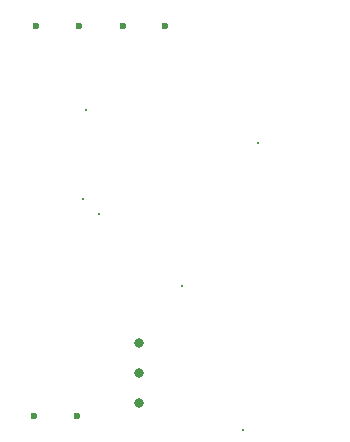
<source format=gbr>
%TF.GenerationSoftware,KiCad,Pcbnew,9.0.2*%
%TF.CreationDate,2025-05-22T14:02:41+05:30*%
%TF.ProjectId,GaN_pwr_delivery_module,47614e5f-7077-4725-9f64-656c69766572,rev?*%
%TF.SameCoordinates,Original*%
%TF.FileFunction,Plated,1,2,PTH,Drill*%
%TF.FilePolarity,Positive*%
%FSLAX46Y46*%
G04 Gerber Fmt 4.6, Leading zero omitted, Abs format (unit mm)*
G04 Created by KiCad (PCBNEW 9.0.2) date 2025-05-22 14:02:41*
%MOMM*%
%LPD*%
G01*
G04 APERTURE LIST*
%TA.AperFunction,ViaDrill*%
%ADD10C,0.100000*%
%TD*%
%TA.AperFunction,ViaDrill*%
%ADD11C,0.300000*%
%TD*%
%TA.AperFunction,ComponentDrill*%
%ADD12C,0.600000*%
%TD*%
%TA.AperFunction,ComponentDrill*%
%ADD13C,0.800000*%
%TD*%
G04 APERTURE END LIST*
D10*
X219083333Y-116594444D03*
X219083333Y-117400000D03*
X219283333Y-114133333D03*
X219283333Y-114938889D03*
X219300000Y-120500000D03*
X219833333Y-110183333D03*
X219833333Y-110988889D03*
X219833333Y-111794444D03*
X219833333Y-112600000D03*
X220183333Y-112950000D03*
X220233333Y-120500000D03*
X220988889Y-112950000D03*
X221033333Y-119950000D03*
X221794444Y-112950000D03*
X222600000Y-112950000D03*
X223109276Y-118275080D03*
X223283333Y-112950000D03*
X224088889Y-112950000D03*
X224695658Y-117898795D03*
X224862060Y-116002623D03*
X224894444Y-112950000D03*
X225433333Y-128050000D03*
X225691256Y-116190136D03*
X225883333Y-129200000D03*
X225883333Y-130016667D03*
X225883333Y-130950000D03*
X225883333Y-131916667D03*
X225883333Y-132850000D03*
X225883333Y-133666667D03*
X225883333Y-134600000D03*
X225883333Y-135700000D03*
X225883333Y-136516667D03*
X225883333Y-137450000D03*
X226471960Y-115899999D03*
X226633333Y-122050000D03*
X226683333Y-120850000D03*
X226728518Y-116727398D03*
X226728518Y-117535555D03*
X226783333Y-123400000D03*
X227077777Y-135300000D03*
X227183333Y-110183333D03*
X227183333Y-110988889D03*
X227183333Y-111794444D03*
X227183333Y-112600000D03*
X227203149Y-116259180D03*
X227235219Y-115585716D03*
X227408396Y-117574039D03*
X227483333Y-121600000D03*
X227533333Y-122900000D03*
X227566666Y-112950000D03*
X227583333Y-120200000D03*
X227938888Y-136650000D03*
X228194444Y-135300000D03*
X228372222Y-112950000D03*
X228744444Y-136650000D03*
X229177777Y-112950000D03*
X229227777Y-135300000D03*
X229677777Y-136650000D03*
X229983333Y-112950000D03*
X230033333Y-135300000D03*
X230533333Y-112950000D03*
X230783333Y-132166667D03*
X230783333Y-133100000D03*
X230794444Y-136650000D03*
X231338889Y-112950000D03*
X231500000Y-144250000D03*
X231827777Y-136650000D03*
X232144444Y-112950000D03*
X232483333Y-113700000D03*
X232633333Y-136650000D03*
X232950000Y-112950000D03*
X233050000Y-114700000D03*
X233300000Y-119700000D03*
X233333333Y-117800000D03*
X233400000Y-113800000D03*
X233550000Y-115650000D03*
X233583333Y-116950000D03*
X233600000Y-118850000D03*
X233600000Y-121200000D03*
X233783333Y-110533333D03*
X233783333Y-112144444D03*
X233783333Y-112950000D03*
X233800000Y-120400000D03*
X233983333Y-114700000D03*
X234183333Y-116450000D03*
X234233333Y-117800000D03*
X234233333Y-119700000D03*
X234333333Y-113800000D03*
X234483333Y-115650000D03*
X234533333Y-118850000D03*
X234533333Y-121200000D03*
X234633333Y-117200000D03*
X234733333Y-120400000D03*
X234977777Y-110500000D03*
X235033333Y-116200000D03*
X235233333Y-141550000D03*
X235233333Y-142125000D03*
X235233333Y-142700000D03*
X235433333Y-136383333D03*
X235433333Y-136850000D03*
X235433333Y-137300000D03*
X235433333Y-137766667D03*
X235433333Y-138233333D03*
X235433333Y-138700000D03*
X235433333Y-139150000D03*
X235433333Y-139616667D03*
X235433333Y-140083333D03*
X235433333Y-140550000D03*
X235516666Y-112350000D03*
X235916666Y-140550000D03*
X235983333Y-131500000D03*
X236094444Y-110500000D03*
X236383333Y-140550000D03*
X236633333Y-112350000D03*
X236683333Y-142200000D03*
X236683333Y-142583333D03*
X236683333Y-142966667D03*
X236683333Y-143350000D03*
X236683333Y-143733333D03*
X236683333Y-144116667D03*
X236683333Y-144500000D03*
X236833333Y-140550000D03*
X237083333Y-132300000D03*
X237127777Y-110500000D03*
X237150000Y-142200000D03*
X237150000Y-142583333D03*
X237150000Y-142966667D03*
X237150000Y-143350000D03*
X237150000Y-143733333D03*
X237150000Y-144116667D03*
X237150000Y-144500000D03*
X237300000Y-140550000D03*
X237458333Y-135933333D03*
X237458333Y-136400000D03*
X237458333Y-136850000D03*
X237458333Y-137316667D03*
X237458333Y-137783333D03*
X237458333Y-138250000D03*
X237458333Y-138700000D03*
X237458333Y-139166667D03*
X237458333Y-139633333D03*
X237458333Y-140100000D03*
X237533333Y-127700000D03*
X237616666Y-142200000D03*
X237616666Y-142583333D03*
X237616666Y-142966667D03*
X237616666Y-143350000D03*
X237616666Y-143733333D03*
X237616666Y-144116667D03*
X237616666Y-144500000D03*
X237666666Y-112350000D03*
X237766666Y-140550000D03*
X237933333Y-110500000D03*
X237983333Y-131350000D03*
X238083333Y-142200000D03*
X238083333Y-142583333D03*
X238083333Y-142966667D03*
X238083333Y-143350000D03*
X238083333Y-143733333D03*
X238083333Y-144116667D03*
X238083333Y-144500000D03*
X238233333Y-140550000D03*
X238472222Y-112350000D03*
X238683333Y-140550000D03*
X238738888Y-110500000D03*
X239083333Y-132200000D03*
X239150000Y-140550000D03*
X239277777Y-112350000D03*
X239283333Y-115650000D03*
X239483333Y-136383333D03*
X239483333Y-136850000D03*
X239483333Y-137300000D03*
X239483333Y-137766667D03*
X239483333Y-138233333D03*
X239483333Y-138700000D03*
X239483333Y-139150000D03*
X239483333Y-139616667D03*
X239483333Y-140083333D03*
X239483333Y-140550000D03*
X239544444Y-110500000D03*
X240083333Y-112350000D03*
X240183333Y-134400000D03*
X240183333Y-136450000D03*
X240383333Y-123850000D03*
X240477777Y-110500000D03*
X240583333Y-122944444D03*
X240600000Y-135400000D03*
X240833333Y-122150000D03*
X240833333Y-137550000D03*
X240983333Y-121500000D03*
X241016666Y-112350000D03*
X241033333Y-120750000D03*
X241116666Y-134400000D03*
X241116666Y-136450000D03*
X241483333Y-121400000D03*
X241533333Y-135400000D03*
X241594444Y-110500000D03*
X241683333Y-120700000D03*
X241766666Y-137550000D03*
X241933333Y-134400000D03*
X241933333Y-136450000D03*
X242133333Y-112350000D03*
X242350000Y-135400000D03*
X242583333Y-137550000D03*
X242627777Y-110500000D03*
X242866666Y-134400000D03*
X242866666Y-136450000D03*
X243166666Y-112350000D03*
X243283333Y-135400000D03*
X243400000Y-126150000D03*
X243400000Y-141000000D03*
X243433333Y-110500000D03*
X243450000Y-124150000D03*
X243516666Y-137550000D03*
X243800000Y-122400000D03*
X243972222Y-112350000D03*
X244100000Y-123300000D03*
X244100000Y-125000000D03*
X244333333Y-126150000D03*
X244333333Y-141000000D03*
X244350000Y-127050000D03*
X244383333Y-124150000D03*
X244577777Y-110500000D03*
X244683333Y-113450000D03*
X244683333Y-114383333D03*
X244733333Y-115150000D03*
X244733333Y-116083333D03*
X244733333Y-122400000D03*
X245033333Y-123300000D03*
X245033333Y-125000000D03*
X245283333Y-115816667D03*
X245283333Y-116750000D03*
X245283333Y-118266667D03*
X245283333Y-119200000D03*
X245283333Y-120416667D03*
X245283333Y-121350000D03*
X245283333Y-127050000D03*
X245633333Y-141350000D03*
X245633333Y-142283333D03*
X245694444Y-110500000D03*
X246727777Y-110500000D03*
X247083333Y-111500000D03*
X247183333Y-112866667D03*
X247183333Y-113800000D03*
X247183333Y-114616667D03*
X247183333Y-115550000D03*
X247183333Y-116666667D03*
X247183333Y-117600000D03*
X247183333Y-118416667D03*
X247183333Y-119350000D03*
X247183333Y-120366667D03*
X247183333Y-121300000D03*
X247183333Y-122116667D03*
X247183333Y-123050000D03*
X247183333Y-124016667D03*
X247183333Y-124950000D03*
X247183333Y-125766667D03*
X247183333Y-126700000D03*
X247183333Y-127800000D03*
X247183333Y-128616667D03*
X247183333Y-129550000D03*
D11*
X225383333Y-126050000D03*
X225583333Y-118500000D03*
X226733333Y-127350000D03*
X233733333Y-133400000D03*
X238883333Y-145600000D03*
X240133333Y-121350000D03*
D12*
%TO.C,J1*%
X221243333Y-144450000D03*
%TO.C,J3*%
X221383333Y-111400000D03*
%TO.C,J1*%
X224843333Y-144450000D03*
%TO.C,J3*%
X224983333Y-111400000D03*
%TO.C,J2*%
X228733333Y-111400000D03*
X232333333Y-111400000D03*
D13*
%TO.C,RV1*%
X230083333Y-138270000D03*
X230083333Y-140810000D03*
X230083333Y-143350000D03*
M02*

</source>
